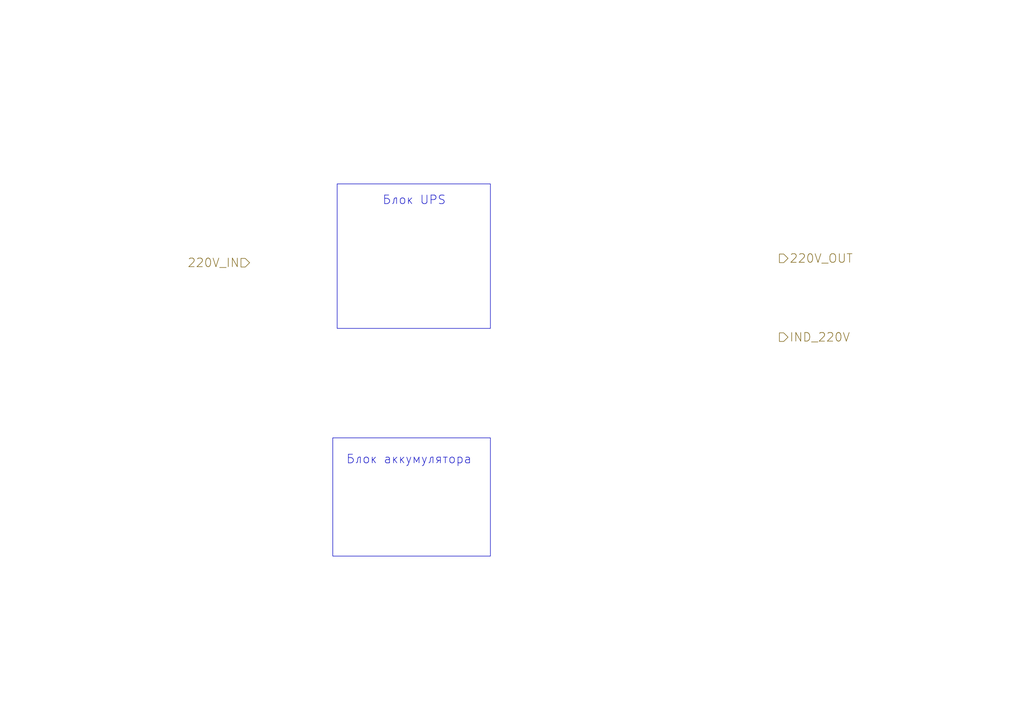
<source format=kicad_sch>
(kicad_sch
	(version 20231120)
	(generator "eeschema")
	(generator_version "8.0")
	(uuid "123ac62d-799f-4b18-8f63-a6d2072f112d")
	(paper "A4")
	(lib_symbols)
	(rectangle
		(start 97.79 53.34)
		(end 142.24 95.25)
		(stroke
			(width 0)
			(type default)
		)
		(fill
			(type none)
		)
		(uuid 2249e331-d1ba-4224-8e0d-68d4329c05d2)
	)
	(rectangle
		(start 96.52 127)
		(end 142.24 161.29)
		(stroke
			(width 0)
			(type default)
		)
		(fill
			(type none)
		)
		(uuid aaece38f-0732-4ac6-92b3-ff3d6aa03e91)
	)
	(text "Блок UPS"
		(exclude_from_sim no)
		(at 120.142 58.166 0)
		(effects
			(font
				(size 2.5 2.5)
			)
		)
		(uuid "0c665382-0b7a-46c7-9b5f-def2f583d9e4")
	)
	(text "Блок аккумулятора"
		(exclude_from_sim no)
		(at 118.618 133.35 0)
		(effects
			(font
				(size 2.5 2.5)
			)
		)
		(uuid "1882c207-e8ad-4038-9359-24b95763de0c")
	)
	(hierarchical_label "220V_OUT"
		(shape output)
		(at 226.06 74.93 0)
		(fields_autoplaced yes)
		(effects
			(font
				(size 2.5 2.5)
			)
			(justify left)
		)
		(uuid "3fb238cf-9fb1-4624-ad30-db711e2a14a1")
	)
	(hierarchical_label "IND_220V"
		(shape output)
		(at 226.06 97.79 0)
		(fields_autoplaced yes)
		(effects
			(font
				(size 2.5 2.5)
			)
			(justify left)
		)
		(uuid "c3130760-dc1e-4fb9-884a-56ad80277452")
	)
	(hierarchical_label "220V_IN"
		(shape input)
		(at 72.39 76.2 180)
		(fields_autoplaced yes)
		(effects
			(font
				(size 2.5 2.5)
			)
			(justify right)
		)
		(uuid "fdcf1037-8c83-4b2e-b740-01b5d0fe8725")
	)
)

</source>
